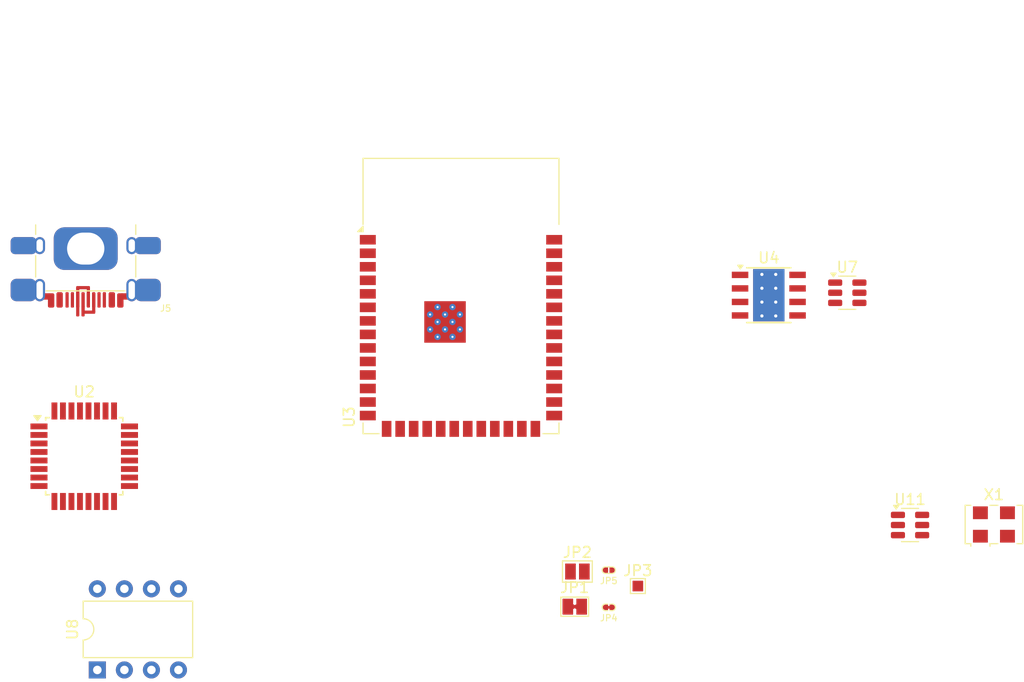
<source format=kicad_pcb>
(kicad_pcb (version 20240108) (generator "pcbnew") (generator_version "8.0")
  (layers (0 "F.Cu" signal) (31 "B.Cu" signal) (34 "B.Paste" user) (35 "F.Paste" user) (36 "B.SilkS" user "B.Silkscreen") (37 "F.SilkS" user "F.Silkscreen") (38 "B.Mask" user) (39 "F.Mask" user) (44 "Edge.Cuts" user))
  (net 0 "")
  (net 50 "Net-(U3-GND-Pad1)")
  (footprint "Package_TO_SOT_SMD:SOT-23-6" (layer "F.Cu") (at 178.98 50.3875)
    (property "Reference" "U7" (at 0 -2.4 0) (layer "F.SilkS"))
    (property "Value" "MP2451")
    (fp_line (start 0 -1.56) (end -0.8 -1.56) (stroke (width 0.12)) (layer "F.SilkS"))
    (fp_line (start 0 -1.56) (end 0.8 -1.56) (stroke (width 0.12)) (layer "F.SilkS"))
    (fp_line (start 0 1.56) (end -0.8 1.56) (stroke (width 0.12)) (layer "F.SilkS"))
    (fp_line (start 0 1.56) (end 0.8 1.56) (stroke (width 0.12)) (layer "F.SilkS"))
    (fp_poly (pts (xy -1.3 -1.51) (xy -1.54 -1.84) (xy -1.06 -1.84) (xy -1.3 -1.51)) (stroke (width 0.12)) (fill solid) (layer "F.SilkS"))
    (pad "1" smd roundrect (at -1.1375 -0.95) (size 1.325 0.6) (layers "F.Cu" "F.Paste" "F.Mask"))
    (pad "2" smd roundrect (at -1.1375 0) (size 1.325 0.6) (layers "F.Cu" "F.Paste" "F.Mask"))
    (pad "3" smd roundrect (at -1.1375 0.95) (size 1.325 0.6) (layers "F.Cu" "F.Paste" "F.Mask"))
    (pad "4" smd roundrect (at 1.1375 0.95) (size 1.325 0.6) (layers "F.Cu" "F.Paste" "F.Mask"))
    (pad "5" smd roundrect (at 1.1375 0) (size 1.325 0.6) (layers "F.Cu" "F.Paste" "F.Mask"))
    (pad "6" smd roundrect (at 1.1375 -0.95) (size 1.325 0.6) (layers "F.Cu" "F.Paste" "F.Mask"))
  )
  (footprint "Package_TO_SOT_SMD:SOT-23-6" (layer "F.Cu") (at 184.8725 72.2)
    (property "Reference" "U11" (at 0 -2.4 0) (layer "F.SilkS"))
    (property "Value" "SRV05-4")
    (fp_line (start 0 -1.56) (end -0.8 -1.56) (stroke (width 0.12)) (layer "F.SilkS"))
    (fp_line (start 0 -1.56) (end 0.8 -1.56) (stroke (width 0.12)) (layer "F.SilkS"))
    (fp_line (start 0 1.56) (end -0.8 1.56) (stroke (width 0.12)) (layer "F.SilkS"))
    (fp_line (start 0 1.56) (end 0.8 1.56) (stroke (width 0.12)) (layer "F.SilkS"))
    (fp_poly (pts (xy -1.3 -1.51) (xy -1.54 -1.84) (xy -1.06 -1.84) (xy -1.3 -1.51)) (stroke (width 0.12)) (fill solid) (layer "F.SilkS"))
    (pad "1" smd roundrect (at -1.1375 -0.95) (size 1.325 0.6) (layers "F.Cu" "F.Paste" "F.Mask"))
    (pad "2" smd roundrect (at -1.1375 0) (size 1.325 0.6) (layers "F.Cu" "F.Paste" "F.Mask"))
    (pad "3" smd roundrect (at -1.1375 0.95) (size 1.325 0.6) (layers "F.Cu" "F.Paste" "F.Mask"))
    (pad "4" smd roundrect (at 1.1375 0.95) (size 1.325 0.6) (layers "F.Cu" "F.Paste" "F.Mask"))
    (pad "5" smd roundrect (at 1.1375 0) (size 1.325 0.6) (layers "F.Cu" "F.Paste" "F.Mask"))
    (pad "6" smd roundrect (at 1.1375 -0.95) (size 1.325 0.6) (layers "F.Cu" "F.Paste" "F.Mask"))
  )
  (footprint "Package_DIP:DIP-8_W7.62mm" (layer "F.Cu") (at 108.55 85.81 90)
    (property "Reference" "U8" (at 3.81 -2.33 -90) (layer "F.SilkS"))
    (property "Value" "NE555P")
    (fp_line (start 6.46 -1.33) (end 4.81 -1.33) (stroke (width 0.12)) (layer "F.SilkS"))
    (fp_line (start 2.81 -1.33) (end 1.16 -1.33) (stroke (width 0.12)) (layer "F.SilkS"))
    (fp_line (start 1.16 -1.33) (end 1.16 8.95) (stroke (width 0.12)) (layer "F.SilkS"))
    (fp_line (start 6.46 8.95) (end 6.46 -1.33) (stroke (width 0.12)) (layer "F.SilkS"))
    (fp_line (start 1.16 8.95) (end 6.46 8.95) (stroke (width 0.12)) (layer "F.SilkS"))
    (fp_arc (start 4.81 -1.33) (mid 3.81 -0.33) (end 2.81 -1.33) (stroke (width 0.12)) (layer "F.SilkS"))
    (pad "1" thru_hole rect (at 0 0 90) (size 1.6 1.6) (drill 0.8) (layers "*.Cu" "*.Mask"))
    (pad "2" thru_hole oval (at 0 2.54 90) (size 1.6 1.6) (drill 0.8) (layers "*.Cu" "*.Mask"))
    (pad "3" thru_hole oval (at 0 5.08 90) (size 1.6 1.6) (drill 0.8) (layers "*.Cu" "*.Mask"))
    (pad "4" thru_hole oval (at 0 7.62 90) (size 1.6 1.6) (drill 0.8) (layers "*.Cu" "*.Mask"))
    (pad "5" thru_hole oval (at 7.62 7.62 90) (size 1.6 1.6) (drill 0.8) (layers "*.Cu" "*.Mask"))
    (pad "6" thru_hole oval (at 7.62 5.08 90) (size 1.6 1.6) (drill 0.8) (layers "*.Cu" "*.Mask"))
    (pad "7" thru_hole oval (at 7.62 2.54 90) (size 1.6 1.6) (drill 0.8) (layers "*.Cu" "*.Mask"))
    (pad "8" thru_hole oval (at 7.62 0 90) (size 1.6 1.6) (drill 0.8) (layers "*.Cu" "*.Mask"))
  )
  (footprint "RF_Module:ESP32-S3-WROOM-1" (layer "F.Cu") (at 142.7025 50.67)
    (property "Reference" "U3" (at -10.5 11.4 90) (layer "F.SilkS"))
    (property "Value" "ESP32-S3-WROOM-1")
    (fp_line (start -9.2 -12.9) (end -9.2 -6.7) (stroke (width 0.12)) (layer "F.SilkS"))
    (fp_line (start -9.2 -12.9) (end 9.2 -12.9) (stroke (width 0.12)) (layer "F.SilkS"))
    (fp_line (start -9.2 11.95) (end -9.2 12.95) (stroke (width 0.12)) (layer "F.SilkS"))
    (fp_line (start -9.2 12.95) (end -7.7 12.95) (stroke (width 0.12)) (layer "F.SilkS"))
    (fp_line (start 9.2 -12.9) (end 9.2 -6.7) (stroke (width 0.12)) (layer "F.SilkS"))
    (fp_line (start 9.2 12.95) (end 7.7 12.95) (stroke (width 0.12)) (layer "F.SilkS"))
    (fp_line (start 9.2 12.95) (end 9.2 11.95) (stroke (width 0.12)) (layer "F.SilkS"))
    (fp_poly (pts (xy -9.2 -6.025) (xy -9.7 -6.025) (xy -9.2 -6.525) (xy -9.2 -6.025)) (stroke (width 0.12)) (fill solid) (layer "F.SilkS"))
    (pad "1" smd rect (at -8.75 -5.26) (size 1.5 0.9) (layers "F.Cu" "F.Paste" "F.Mask") (net 50 "Net-(U3-GND-Pad1)"))
    (pad "2" smd rect (at -8.75 -3.99) (size 1.5 0.9) (layers "F.Cu" "F.Paste" "F.Mask"))
    (pad "3" smd rect (at -8.75 -2.72) (size 1.5 0.9) (layers "F.Cu" "F.Paste" "F.Mask"))
    (pad "4" smd rect (at -8.75 -1.45) (size 1.5 0.9) (layers "F.Cu" "F.Paste" "F.Mask"))
    (pad "5" smd rect (at -8.75 -0.18) (size 1.5 0.9) (layers "F.Cu" "F.Paste" "F.Mask"))
    (pad "6" smd rect (at -8.75 1.09) (size 1.5 0.9) (layers "F.Cu" "F.Paste" "F.Mask"))
    (pad "7" smd rect (at -8.75 2.36) (size 1.5 0.9) (layers "F.Cu" "F.Paste" "F.Mask"))
    (pad "8" smd rect (at -8.75 3.63) (size 1.5 0.9) (layers "F.Cu" "F.Paste" "F.Mask"))
    (pad "9" smd rect (at -8.75 4.9) (size 1.5 0.9) (layers "F.Cu" "F.Paste" "F.Mask"))
    (pad "10" smd rect (at -8.75 6.17) (size 1.5 0.9) (layers "F.Cu" "F.Paste" "F.Mask"))
    (pad "11" smd rect (at -8.75 7.44) (size 1.5 0.9) (layers "F.Cu" "F.Paste" "F.Mask"))
    (pad "12" smd rect (at -8.75 8.71) (size 1.5 0.9) (layers "F.Cu" "F.Paste" "F.Mask"))
    (pad "13" smd rect (at -8.75 9.98) (size 1.5 0.9) (layers "F.Cu" "F.Paste" "F.Mask"))
    (pad "14" smd rect (at -8.75 11.25 180) (size 1.5 0.9) (layers "F.Cu" "F.Paste" "F.Mask"))
    (pad "15" smd rect (at -6.985 12.5 270) (size 1.5 0.9) (layers "F.Cu" "F.Paste" "F.Mask"))
    (pad "16" smd rect (at -5.715 12.5 270) (size 1.5 0.9) (layers "F.Cu" "F.Paste" "F.Mask"))
    (pad "17" smd rect (at -4.445 12.5 270) (size 1.5 0.9) (layers "F.Cu" "F.Paste" "F.Mask"))
    (pad "18" smd rect (at -3.175 12.5 270) (size 1.5 0.9) (layers "F.Cu" "F.Paste" "F.Mask"))
    (pad "19" smd rect (at -1.905 12.5 270) (size 1.5 0.9) (layers "F.Cu" "F.Paste" "F.Mask"))
    (pad "20" smd rect (at -0.635 12.5 270) (size 1.5 0.9) (layers "F.Cu" "F.Paste" "F.Mask"))
    (pad "21" smd rect (at 0.635 12.5 270) (size 1.5 0.9) (layers "F.Cu" "F.Paste" "F.Mask"))
    (pad "22" smd rect (at 1.905 12.5 270) (size 1.5 0.9) (layers "F.Cu" "F.Paste" "F.Mask"))
    (pad "23" smd rect (at 3.175 12.5 270) (size 1.5 0.9) (layers "F.Cu" "F.Paste" "F.Mask"))
    (pad "24" smd rect (at 4.445 12.5 270) (size 1.5 0.9) (layers "F.Cu" "F.Paste" "F.Mask"))
    (pad "25" smd rect (at 5.715 12.5 270) (size 1.5 0.9) (layers "F.Cu" "F.Paste" "F.Mask"))
    (pad "26" smd rect (at 6.985 12.5 270) (size 1.5 0.9) (layers "F.Cu" "F.Paste" "F.Mask"))
    (pad "27" smd rect (at 8.75 11.25) (size 1.5 0.9) (layers "F.Cu" "F.Paste" "F.Mask"))
    (pad "28" smd rect (at 8.75 9.98) (size 1.5 0.9) (layers "F.Cu" "F.Paste" "F.Mask"))
    (pad "29" smd rect (at 8.75 8.71) (size 1.5 0.9) (layers "F.Cu" "F.Paste" "F.Mask"))
    (pad "30" smd rect (at 8.75 7.44) (size 1.5 0.9) (layers "F.Cu" "F.Paste" "F.Mask"))
    (pad "31" smd rect (at 8.75 6.17) (size 1.5 0.9) (layers "F.Cu" "F.Paste" "F.Mask"))
    (pad "32" smd rect (at 8.75 4.9) (size 1.5 0.9) (layers "F.Cu" "F.Paste" "F.Mask"))
    (pad "33" smd rect (at 8.75 3.63) (size 1.5 0.9) (layers "F.Cu" "F.Paste" "F.Mask"))
    (pad "34" smd rect (at 8.75 2.36) (size 1.5 0.9) (layers "F.Cu" "F.Paste" "F.Mask"))
    (pad "35" smd rect (at 8.75 1.09) (size 1.5 0.9) (layers "F.Cu" "F.Paste" "F.Mask"))
    (pad "36" smd rect (at 8.75 -0.18) (size 1.5 0.9) (layers "F.Cu" "F.Paste" "F.Mask"))
    (pad "37" smd rect (at 8.75 -1.45) (size 1.5 0.9) (layers "F.Cu" "F.Paste" "F.Mask"))
    (pad "38" smd rect (at 8.75 -2.72) (size 1.5 0.9) (layers "F.Cu" "F.Paste" "F.Mask"))
    (pad "39" smd rect (at 8.75 -3.99) (size 1.5 0.9) (layers "F.Cu" "F.Paste" "F.Mask"))
    (pad "40" smd rect (at 8.75 -5.26) (size 1.5 0.9) (layers "F.Cu" "F.Paste" "F.Mask") (net 50 "Net-(U3-GND-Pad1)"))
    (pad "41" thru_hole circle (at -2.9 1.76 90) (size 0.6 0.6) (drill 0.2) (property pad_prop_heatsink) (layers "*.Cu" "F.Mask") (net 50 "Net-(U3-GND-Pad1)"))
    (pad "41" thru_hole circle (at -2.9 3.16) (size 0.6 0.6) (drill 0.2) (property pad_prop_heatsink) (layers "*.Cu" "F.Mask") (net 50 "Net-(U3-GND-Pad1)"))
    (pad "41" thru_hole circle (at -2.2 1.06) (size 0.6 0.6) (drill 0.2) (property pad_prop_heatsink) (layers "*.Cu" "F.Mask") (net 50 "Net-(U3-GND-Pad1)"))
    (pad "41" thru_hole circle (at -2.2 2.46) (size 0.6 0.6) (drill 0.2) (property pad_prop_heatsink) (layers "*.Cu" "F.Mask") (net 50 "Net-(U3-GND-Pad1)"))
    (pad "41" thru_hole circle (at -2.2 3.86) (size 0.6 0.6) (drill 0.2) (property pad_prop_heatsink) (layers "*.Cu" "F.Mask") (net 50 "Net-(U3-GND-Pad1)"))
    (pad "41" thru_hole circle (at -1.5 1.76) (size 0.6 0.6) (drill 0.2) (property pad_prop_heatsink) (layers "*.Cu" "F.Mask") (net 50 "Net-(U3-GND-Pad1)"))
    (pad "41" smd rect (at -1.5 2.46 270) (size 3.9 3.9) (layers "F.Cu" "F.Mask") (net 50 "Net-(U3-GND-Pad1)"))
    (pad "41" thru_hole circle (at -1.5 3.16) (size 0.6 0.6) (drill 0.2) (property pad_prop_heatsink) (layers "*.Cu" "F.Mask") (net 50 "Net-(U3-GND-Pad1)"))
    (pad "41" thru_hole circle (at -0.8 1.06) (size 0.6 0.6) (drill 0.2) (property pad_prop_heatsink) (layers "*.Cu" "F.Mask") (net 50 "Net-(U3-GND-Pad1)"))
    (pad "41" thru_hole circle (at -0.8 2.46) (size 0.6 0.6) (drill 0.2) (property pad_prop_heatsink) (layers "*.Cu" "F.Mask") (net 50 "Net-(U3-GND-Pad1)"))
    (pad "41" thru_hole circle (at -0.8 3.86) (size 0.6 0.6) (drill 0.2) (property pad_prop_heatsink) (layers "*.Cu" "F.Mask") (net 50 "Net-(U3-GND-Pad1)"))
    (pad "41" thru_hole circle (at -0.1 1.76) (size 0.6 0.6) (drill 0.2) (property pad_prop_heatsink) (layers "*.Cu" "F.Mask") (net 50 "Net-(U3-GND-Pad1)"))
    (pad "41" thru_hole circle (at -0.1 3.16) (size 0.6 0.6) (drill 0.2) (property pad_prop_heatsink) (layers "*.Cu" "F.Mask") (net 50 "Net-(U3-GND-Pad1)"))
  )
  (footprint "afork-kicad-parts:tinySJ-Bridged" (layer "F.Cu") (at 156.586 79.93)
    (property "Reference" "JP4" (at 0 1 0) (layer "F.SilkS") (effects (font (size 0.6 0.6) (thickness 0.1))))
    (property "Value" "PCB_Patch" (hide yes))
    (fp_poly (pts (xy -0.407505 -0.119217) (xy 0.433517 -0.119216) (xy 0.433517 0.123553) (xy -0.407505 0.123552)) (fill solid) (layer "F.Cu"))
    (fp_line (start -0.314 -0.314) (end -0.1 -0.314) (stroke (width 0.1)) (layer "F.SilkS"))
    (fp_line (start -0.1 0.314) (end -0.314 0.314) (stroke (width 0.1)) (layer "F.SilkS"))
    (fp_line (start 0.1 -0.314) (end 0.314 -0.314) (stroke (width 0.1)) (layer "F.SilkS"))
    (fp_line (start 0.314 0.314) (end 0.1 0.314) (stroke (width 0.1)) (layer "F.SilkS"))
    (fp_arc (start -0.314 0.314) (mid -0.628 0) (end -0.314 -0.314) (stroke (width 0.1)) (layer "F.SilkS"))
    (fp_arc (start 0.314 -0.314) (mid 0.628 0) (end 0.314 0.314) (stroke (width 0.1)) (layer "F.SilkS"))
    (pad "1" smd circle (at -0.314 0) (size 0.5 0.5) (layers "F.Cu" "F.Mask"))
    (pad "1" smd rect (at -0.189 0) (size 0.25 0.5) (layers "F.Cu" "F.Mask"))
    (pad "2" smd rect (at 0.189 0) (size 0.25 0.5) (layers "F.Cu" "F.Mask"))
    (pad "2" smd circle (at 0.314 0) (size 0.5 0.5) (layers "F.Cu" "F.Mask"))
  )
  (footprint "afork-kicad-parts:SolderJumper-2_P1.3mm_Bridged_Pad1.0x1.5mm" (layer "F.Cu") (at 153.384 79.868)
    (property "Reference" "JP1" (at 0 -1.8 0) (layer "F.SilkS"))
    (property "Value" "PCB_Patch" (hide yes))
    (fp_poly (pts (xy 0.15 0.15) (xy 0 0.05) (xy -0.15 0.15) (xy -0.15 -0.15) (xy 0 -0.05) (xy 0.15 -0.15)) (stroke (width 0.15)) (fill solid) (layer "F.Cu"))
    (fp_line (start -1.3 -0.9) (end 1.3 -0.9) (stroke (width 0.12)) (layer "F.SilkS"))
    (fp_line (start -1.3 0.9) (end -1.3 -0.9) (stroke (width 0.12)) (layer "F.SilkS"))
    (fp_line (start 1.3 -0.9) (end 1.3 0.9) (stroke (width 0.12)) (layer "F.SilkS"))
    (fp_line (start 1.3 0.9) (end -1.3 0.9) (stroke (width 0.12)) (layer "F.SilkS"))
    (pad "1" smd rect (at -0.65 0) (size 1 1.5) (layers "F.Cu" "F.Mask"))
    (pad "2" smd rect (at 0.65 0) (size 1 1.5) (layers "F.Cu" "F.Mask"))
  )
  (footprint "Package_SO:Texas_HSOP-8-1EP_3.9x4.9mm_P1.27mm_ThermalVias" (layer "F.Cu") (at 171.61 50.615)
    (property "Reference" "U4" (at 0 -3.5 0) (layer "F.SilkS"))
    (property "Value" "LMR38020")
    (fp_line (start -2.075 -2.575) (end 2.075 -2.575) (stroke (width 0.15)) (layer "F.SilkS"))
    (fp_line (start -2.075 2.575) (end 2.075 2.575) (stroke (width 0.15)) (layer "F.SilkS"))
    (fp_poly (pts (xy -2.675 -2.475) (xy -2.915 -2.805) (xy -2.435 -2.805) (xy -2.675 -2.475)) (stroke (width 0.12)) (fill solid) (layer "F.SilkS"))
    (pad "1" smd rect (at -2.7 -1.905) (size 1.55 0.6) (layers "F.Cu" "F.Paste" "F.Mask"))
    (pad "2" smd rect (at -2.7 -0.635) (size 1.55 0.6) (layers "F.Cu" "F.Paste" "F.Mask"))
    (pad "3" smd rect (at -2.7 0.635) (size 1.55 0.6) (layers "F.Cu" "F.Paste" "F.Mask"))
    (pad "4" smd rect (at -2.7 1.905) (size 1.55 0.6) (layers "F.Cu" "F.Paste" "F.Mask"))
    (pad "5" smd rect (at 2.7 1.905) (size 1.55 0.6) (layers "F.Cu" "F.Paste" "F.Mask"))
    (pad "6" smd rect (at 2.7 0.635) (size 1.55 0.6) (layers "F.Cu" "F.Paste" "F.Mask"))
    (pad "7" smd rect (at 2.7 -0.635) (size 1.55 0.6) (layers "F.Cu" "F.Paste" "F.Mask"))
    (pad "8" smd rect (at 2.7 -1.905) (size 1.55 0.6) (layers "F.Cu" "F.Paste" "F.Mask"))
    (pad "9" thru_hole circle (at -0.65 -1.95) (size 0.6 0.6) (drill 0.3) (layers "*.Cu"))
    (pad "9" thru_hole circle (at -0.65 -0.65) (size 0.6 0.6) (drill 0.3) (layers "*.Cu"))
    (pad "9" thru_hole circle (at -0.65 0.65) (size 0.6 0.6) (drill 0.3) (layers "*.Cu"))
    (pad "9" thru_hole circle (at -0.65 1.95) (size 0.6 0.6) (drill 0.3) (layers "*.Cu"))
    (pad "9" smd rect (at 0 0) (size 2.95 4.9) (layers "F.Cu"))
    (pad "9" smd rect (at 0 0) (size 2.95 4.9) (layers "B.Cu"))
    (pad "9" thru_hole circle (at 0.65 -1.95) (size 0.6 0.6) (drill 0.3) (layers "*.Cu"))
    (pad "9" thru_hole circle (at 0.65 -0.65) (size 0.6 0.6) (drill 0.3) (layers "*.Cu"))
    (pad "9" thru_hole circle (at 0.65 0.65) (size 0.6 0.6) (drill 0.3) (layers "*.Cu"))
    (pad "9" thru_hole circle (at 0.65 1.95) (size 0.6 0.6) (drill 0.3) (layers "*.Cu"))
  )
  (footprint "afork-kicad-parts:Tinker-USB_C" (layer "F.Cu") (at 107.46 43.91 180)
    (property "Reference" "J5" (at -6.927114 -7.943916 180) (layer "F.SilkS") (effects (font (size 0.6 0.6) (thickness 0.1)) (justify left)))
    (property "Value" "Tinker-USB_C" (hide yes))
    (fp_line (start 4.7 -1) (end 4.7 -0.1) (stroke (width 0.12)) (layer "F.SilkS"))
    (fp_line (start 4.7 -5.001368) (end 4.7 -3.001368) (stroke (width 0.12)) (layer "F.SilkS"))
    (fp_line (start 3.706572 -6.3) (end -3.678785 -6.3) (stroke (width 0.12)) (layer "F.SilkS"))
    (fp_line (start -4.7 -1) (end -4.7 -0.1) (stroke (width 0.12)) (layer "F.SilkS"))
    (fp_line (start -4.7 -5.001368) (end -4.7 -3.001368) (stroke (width 0.12)) (layer "F.SilkS"))
    (pad "1" thru_hole circle (at -2.89 -5.701368 180) (size 1.25 1.25) (drill 0.65) (layers "*.Cu") (remove_unused_layers yes))
    (pad "1" smd roundrect (at -2.45 -7.146368 180) (size 0.6 1.45) (layers "F.Cu" "F.Paste" "F.Mask"))
    (pad "1" smd roundrect (at 2.45 -7.146368 180) (size 0.6 1.45) (layers "F.Cu" "F.Paste" "F.Mask"))
    (pad "1" thru_hole circle (at 2.89 -5.701368 180) (size 1.25 1.25) (drill 0.65) (layers "*.Cu") (remove_unused_layers yes))
    (pad "2" smd roundrect (at -0.75 -7.4 180) (size 0.3 1.85) (layers "F.Cu"))
    (pad "2" smd roundrect (at -0.75 -7.146368 180) (size 0.3 1.45) (layers "F.Cu" "F.Paste" "F.Mask"))
    (pad "2" smd roundrect (at -0.25 -8.3 270) (size 0.3 1.29) (layers "F.Cu" "F.Paste"))
    (pad "2" smd roundrect (at 0.25 -8.2 180) (size 0.3 1) (layers "F.Cu" "F.Paste"))
    (pad "2" smd roundrect (at 0.25 -7.4 180) (size 0.3 1.85) (layers "F.Cu"))
    (pad "2" smd roundrect (at 0.25 -7.146368 180) (size 0.3 1.45) (layers "F.Cu" "F.Paste" "F.Mask"))
    (pad "3" smd roundrect (at -0.25 -7.146368 180) (size 0.3 1.45) (layers "F.Cu" "F.Paste" "F.Mask"))
    (pad "3" smd roundrect (at -0.25 -6.9 180) (size 0.3 1.85) (layers "F.Cu"))
    (pad "3" smd roundrect (at 0.25 -6 270) (size 0.3 1.29) (layers "F.Cu" "F.Paste"))
    (pad "3" smd roundrect (at 0.75 -8.2 180) (size 0.3 1) (layers "F.Cu" "F.Paste"))
    (pad "3" smd roundrect (at 0.75 -7.146368 180) (size 0.3 1.45) (layers "F.Cu" "F.Paste" "F.Mask"))
    (pad "3" smd roundrect (at 0.75 -6.9 180) (size 0.3 1.85) (layers "F.Cu"))
    (pad "4" smd roundrect (at -3.678785 -6.825 180) (size 0.8 0.6) (layers "F.Cu" "F.Paste"))
    (pad "4" smd roundrect (at -3.25 -7.2 180) (size 0.6 1.35) (layers "F.Cu" "F.Paste" "F.Mask"))
    (pad "4" smd roundrect (at 3.25 -7.2 180) (size 0.6 1.35) (layers "F.Cu" "F.Paste" "F.Mask"))
    (pad "4" smd roundrect (at 3.706572 -6.825 180) (size 0.8 0.6) (layers "F.Cu" "F.Paste"))
    (pad "5" smd roundrect (at -5.846965 -6.219573 180) (size 2.4 2.1) (layers "F.Cu" "F.Paste" "F.Mask"))
    (pad "5" smd roundrect (at -5.846965 -6.219573 180) (size 2.4 2.1) (layers "B.Cu" "B.Paste" "B.Mask"))
    (pad "5" smd roundrect (at -5.846965 -2.051368 180) (size 2.4 1.6) (layers "F.Cu" "F.Paste" "F.Mask"))
    (pad "5" smd roundrect (at -5.846965 -2.051368 180) (size 2.4 1.6) (layers "B.Cu" "B.Paste" "B.Mask"))
    (pad "5" thru_hole oval (at -4.32 -6.231368 180) (size 1 2.1) (drill oval 0.6 1.7) (layers "*.Cu" "*.Mask"))
    (pad "5" thru_hole oval (at -4.32 -2.051368 180) (size 1 1.6) (drill oval 0.6 1.2) (layers "*.Cu" "*.Mask"))
    (pad "5" thru_hole roundrect (at 0 -2.331368) (size 6 4) (drill oval 3.5 3) (layers "*.Cu" "*.Mask"))
    (pad "5" thru_hole oval (at 4.32 -6.231368 180) (size 1 2.1) (drill oval 0.6 1.7) (layers "*.Cu" "*.Mask"))
    (pad "5" thru_hole oval (at 4.32 -2.051368 180) (size 1 1.6) (drill oval 0.6 1.2) (layers "*.Cu" "*.Mask"))
    (pad "5" smd roundrect (at 5.846965 -6.219573 180) (size 2.4 2.1) (layers "F.Cu" "F.Paste" "F.Mask"))
    (pad "5" smd roundrect (at 5.846965 -6.219573 180) (size 2.4 2.1) (layers "B.Cu" "B.Paste" "B.Mask"))
    (pad "5" smd roundrect (at 5.846965 -2.051368 180) (size 2.4 1.6) (layers "F.Cu" "F.Paste" "F.Mask"))
    (pad "5" smd roundrect (at 5.846965 -2.051368 180) (size 2.4 1.6) (layers "B.Cu" "B.Paste" "B.Mask"))
    (pad "A5" smd roundrect (at -1.25 -7.146368 180) (size 0.3 1.45) (layers "F.Cu" "F.Paste" "F.Mask"))
    (pad "A8" smd roundrect (at 1.25 -7.146368 180) (size 0.3 1.45) (layers "F.Cu" "F.Paste" "F.Mask"))
    (pad "B5" smd roundrect (at 1.75 -7.146368 180) (size 0.3 1.45) (layers "F.Cu" "F.Paste" "F.Mask"))
    (pad "B8" smd roundrect (at -1.75 -7.146368 180) (size 0.3 1.45) (layers "F.Cu" "F.Paste" "F.Mask"))
  )
  (footprint "Oscillator:Oscillator_SMD_TXC_7C-4Pin_5.0x3.2mm" (layer "F.Cu") (at 192.75 72.15)
    (property "Reference" "X1" (at 0 -2.8 0) (layer "F.SilkS"))
    (property "Value" "MHz")
    (fp_line (start -2.7 -1.8) (end -2.17 -1.8) (stroke (width 0.12)) (layer "F.SilkS"))
    (fp_line (start -2.7 1.8) (end -2.7 -1.8) (stroke (width 0.12)) (layer "F.SilkS"))
    (fp_line (start -2.17 1.8) (end -2.7 1.8) (stroke (width 0.12)) (layer "F.SilkS"))
    (fp_line (start -2.17 2.04) (end -2.17 1.8) (stroke (width 0.12)) (layer "F.SilkS"))
    (fp_line (start -0.37 -1.8) (end 0.37 -1.8) (stroke (width 0.12)) (layer "F.SilkS"))
    (fp_line (start -0.37 1.8) (end -0.37 2.04) (stroke (width 0.12)) (layer "F.SilkS"))
    (fp_line (start 0.37 1.8) (end -0.37 1.8) (stroke (width 0.12)) (layer "F.SilkS"))
    (fp_line (start 2.17 -1.8) (end 2.7 -1.8) (stroke (width 0.12)) (layer "F.SilkS"))
    (fp_line (start 2.7 -1.8) (end 2.7 1.8) (stroke (width 0.12)) (layer "F.SilkS"))
    (fp_line (start 2.7 1.8) (end 2.17 1.8) (stroke (width 0.12)) (layer "F.SilkS"))
    (pad "1" smd rect (at -1.27 1.1) (size 1.4 1.2) (layers "F.Cu" "F.Paste" "F.Mask"))
    (pad "2" smd rect (at 1.27 1.1) (size 1.4 1.2) (layers "F.Cu" "F.Paste" "F.Mask"))
    (pad "3" smd rect (at 1.27 -1.1) (size 1.4 1.2) (layers "F.Cu" "F.Paste" "F.Mask"))
    (pad "4" smd rect (at -1.27 -1.1) (size 1.4 1.2) (layers "F.Cu" "F.Paste" "F.Mask"))
  )
  (footprint "Package_QFP:TQFP-32_7x7mm_P0.8mm" (layer "F.Cu") (at 107.32 65.74)
    (property "Reference" "U2" (at 0 -6.05 0) (layer "F.SilkS"))
    (property "Value" "ATMEGA168A-AU")
    (fp_line (start -3.625 -3.625) (end -3.625 -3.4) (stroke (width 0.15)) (layer "F.SilkS"))
    (fp_line (start -3.625 -3.625) (end -3.3 -3.625) (stroke (width 0.15)) (layer "F.SilkS"))
    (fp_line (start -3.625 3.625) (end -3.625 3.3) (stroke (width 0.15)) (layer "F.SilkS"))
    (fp_line (start -3.625 3.625) (end -3.3 3.625) (stroke (width 0.15)) (layer "F.SilkS"))
    (fp_line (start 3.625 -3.625) (end 3.3 -3.625) (stroke (width 0.15)) (layer "F.SilkS"))
    (fp_line (start 3.625 -3.625) (end 3.625 -3.3) (stroke (width 0.15)) (layer "F.SilkS"))
    (fp_line (start 3.625 3.625) (end 3.3 3.625) (stroke (width 0.15)) (layer "F.SilkS"))
    (fp_line (start 3.625 3.625) (end 3.625 3.3) (stroke (width 0.15)) (layer "F.SilkS"))
    (fp_poly (pts (xy -4.39 -3.34) (xy -4.73 -3.81) (xy -4.05 -3.81) (xy -4.39 -3.34)) (stroke (width 0.12)) (fill solid) (layer "F.SilkS"))
    (pad "1" smd rect (at -4.25 -2.8) (size 1.6 0.55) (layers "F.Cu" "F.Paste" "F.Mask"))
    (pad "2" smd rect (at -4.25 -2) (size 1.6 0.55) (layers "F.Cu" "F.Paste" "F.Mask"))
    (pad "3" smd rect (at -4.25 -1.2) (size 1.6 0.55) (layers "F.Cu" "F.Paste" "F.Mask"))
    (pad "4" smd rect (at -4.25 -0.4) (size 1.6 0.55) (layers "F.Cu" "F.Paste" "F.Mask"))
    (pad "5" smd rect (at -4.25 0.4) (size 1.6 0.55) (layers "F.Cu" "F.Paste" "F.Mask"))
    (pad "6" smd rect (at -4.25 1.2) (size 1.6 0.55) (layers "F.Cu" "F.Paste" "F.Mask"))
    (pad "7" smd rect (at -4.25 2) (size 1.6 0.55) (layers "F.Cu" "F.Paste" "F.Mask"))
    (pad "8" smd rect (at -4.25 2.8) (size 1.6 0.55) (layers "F.Cu" "F.Paste" "F.Mask"))
    (pad "9" smd rect (at -2.8 4.25 90) (size 1.6 0.55) (layers "F.Cu" "F.Paste" "F.Mask"))
    (pad "10" smd rect (at -2 4.25 90) (size 1.6 0.55) (layers "F.Cu" "F.Paste" "F.Mask"))
    (pad "11" smd rect (at -1.2 4.25 90) (size 1.6 0.55) (layers "F.Cu" "F.Paste" "F.Mask"))
    (pad "12" smd rect (at -0.4 4.25 90) (size 1.6 0.55) (layers "F.Cu" "F.Paste" "F.Mask"))
    (pad "13" smd rect (at 0.4 4.25 90) (size 1.6 0.55) (layers "F.Cu" "F.Paste" "F.Mask"))
    (pad "14" smd rect (at 1.2 4.25 90) (size 1.6 0.55) (layers "F.Cu" "F.Paste" "F.Mask"))
    (pad "15" smd rect (at 2 4.25 90) (size 1.6 0.55) (layers "F.Cu" "F.Paste" "F.Mask"))
    (pad "16" smd rect (at 2.8 4.25 90) (size 1.6 0.55) (layers "F.Cu" "F.Paste" "F.Mask"))
    (pad "17" smd rect (at 4.25 2.8) (size 1.6 0.55) (layers "F.Cu" "F.Paste" "F.Mask"))
    (pad "18" smd rect (at 4.25 2) (size 1.6 0.55) (layers "F.Cu" "F.Paste" "F.Mask"))
    (pad "19" smd rect (at 4.25 1.2) (size 1.6 0.55) (layers "F.Cu" "F.Paste" "F.Mask"))
    (pad "20" smd rect (at 4.25 0.4) (size 1.6 0.55) (layers "F.Cu" "F.Paste" "F.Mask"))
    (pad "21" smd rect (at 4.25 -0.4) (size 1.6 0.55) (layers "F.Cu" "F.Paste" "F.Mask"))
    (pad "22" smd rect (at 4.25 -1.2) (size 1.6 0.55) (layers "F.Cu" "F.Paste" "F.Mask"))
    (pad "23" smd rect (at 4.25 -2) (size 1.6 0.55) (layers "F.Cu" "F.Paste" "F.Mask"))
    (pad "24" smd rect (at 4.25 -2.8) (size 1.6 0.55) (layers "F.Cu" "F.Paste" "F.Mask"))
    (pad "25" smd rect (at 2.8 -4.25 90) (size 1.6 0.55) (layers "F.Cu" "F.Paste" "F.Mask"))
    (pad "26" smd rect (at 2 -4.25 90) (size 1.6 0.55) (layers "F.Cu" "F.Paste" "F.Mask"))
    (pad "27" smd rect (at 1.2 -4.25 90) (size 1.6 0.55) (layers "F.Cu" "F.Paste" "F.Mask"))
    (pad "28" smd rect (at 0.4 -4.25 90) (size 1.6 0.55) (layers "F.Cu" "F.Paste" "F.Mask"))
    (pad "29" smd rect (at -0.4 -4.25 90) (size 1.6 0.55) (layers "F.Cu" "F.Paste" "F.Mask"))
    (pad "30" smd rect (at -1.2 -4.25 90) (size 1.6 0.55) (layers "F.Cu" "F.Paste" "F.Mask"))
    (pad "31" smd rect (at -2 -4.25 90) (size 1.6 0.55) (layers "F.Cu" "F.Paste" "F.Mask"))
    (pad "32" smd rect (at -2.8 -4.25 90) (size 1.6 0.55) (layers "F.Cu" "F.Paste" "F.Mask"))
  )
  (footprint "TestPoint:TestPoint_Pad_1.0x1.0mm" (layer "F.Cu") (at 159.3125 77.93)
    (property "Reference" "JP3" (at 0 -1.448 0) (layer "F.SilkS"))
    (property "Value" "PCB_Pin_Breakout")
    (fp_line (start -0.7 -0.7) (end 0.7 -0.7) (stroke (width 0.12)) (layer "F.SilkS"))
    (fp_line (start -0.7 0.7) (end -0.7 -0.7) (stroke (width 0.12)) (layer "F.SilkS"))
    (fp_line (start 0.7 -0.7) (end 0.7 0.7) (stroke (width 0.12)) (layer "F.SilkS"))
    (fp_line (start 0.7 0.7) (end -0.7 0.7) (stroke (width 0.12)) (layer "F.SilkS"))
    (pad "1" smd rect (at 0 0) (size 1 1) (layers "F.Cu" "F.Mask"))
  )
  (footprint "afork-kicad-parts:SolderJumper-2_P1.3mm_Open_Pad1.0x1.5mm" (layer "F.Cu") (at 153.634 76.568)
    (property "Reference" "JP2" (at 0 -1.8 0) (layer "F.SilkS"))
    (property "Value" "PCB_Patch-open" (hide yes))
    (fp_line (start -1.4 -1) (end 1.4 -1) (stroke (width 0.12)) (layer "F.SilkS"))
    (fp_line (start -1.4 1) (end -1.4 -1) (stroke (width 0.12)) (layer "F.SilkS"))
    (fp_line (start 1.4 -1) (end 1.4 1) (stroke (width 0.12)) (layer "F.SilkS"))
    (fp_line (start 1.4 1) (end -1.4 1) (stroke (width 0.12)) (layer "F.SilkS"))
    (pad "1" smd rect (at -0.65 0) (size 1 1.5) (layers "F.Cu" "F.Mask"))
    (pad "2" smd rect (at 0.65 0) (size 1 1.5) (layers "F.Cu" "F.Mask"))
  )
  (footprint "afork-kicad-parts:tinySJ-Open" (layer "F.Cu") (at 156.582 76.44)
    (property "Reference" "JP5" (at 0 1 0) (layer "F.SilkS") (effects (font (size 0.6 0.6) (thickness 0.1))))
    (property "Value" "PCB_Patch-open" (hide yes))
    (fp_line (start -0.314 -0.314) (end -0.1 -0.314) (stroke (width 0.1)) (layer "F.SilkS"))
    (fp_line (start -0.1 -0.314) (end 0.1 -0.314) (stroke (width 0.1)) (layer "F.SilkS"))
    (fp_line (start -0.1 0.314) (end -0.314 0.314) (stroke (width 0.1)) (layer "F.SilkS"))
    (fp_line (start -0.1 0.314) (end 0.1 0.314) (stroke (width 0.1)) (layer "F.SilkS"))
    (fp_line (start 0.1 -0.314) (end 0.314 -0.314) (stroke (width 0.1)) (layer "F.SilkS"))
    (fp_line (start 0.314 0.314) (end 0.1 0.314) (stroke (width 0.1)) (layer "F.SilkS"))
    (fp_arc (start -0.314 0.314) (mid -0.628 0) (end -0.314 -0.314) (stroke (width 0.1)) (layer "F.SilkS"))
    (fp_arc (start 0.314 -0.314) (mid 0.628 0) (end 0.314 0.314) (stroke (width 0.1)) (layer "F.SilkS"))
    (pad "1" smd circle (at -0.314 0) (size 0.5 0.5) (layers "F.Cu" "F.Mask"))
    (pad "1" smd rect (at -0.189 0) (size 0.25 0.5) (layers "F.Cu" "F.Mask"))
    (pad "2" smd rect (at 0.189 0) (size 0.25 0.5) (layers "F.Cu" "F.Mask"))
    (pad "2" smd circle (at 0.314 0) (size 0.5 0.5) (layers "F.Cu" "F.Mask"))
  )
)
</source>
